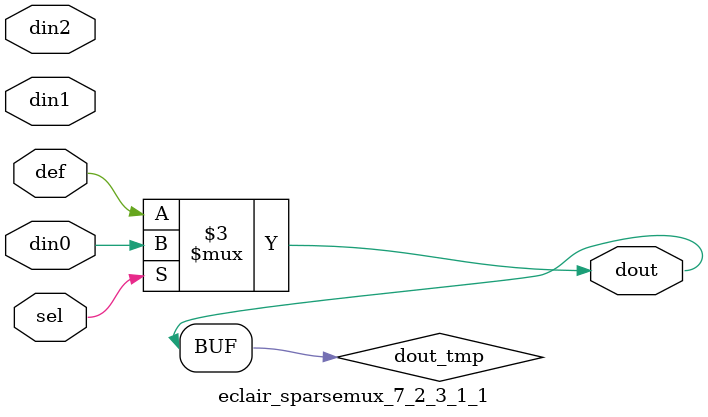
<source format=v>
`timescale 1ns / 1ps

module eclair_sparsemux_7_2_3_1_1 (din0,din1,din2,def,sel,dout);

parameter din0_WIDTH = 1;

parameter din1_WIDTH = 1;

parameter din2_WIDTH = 1;

parameter def_WIDTH = 1;
parameter sel_WIDTH = 1;
parameter dout_WIDTH = 1;

parameter [sel_WIDTH-1:0] CASE0 = 1;

parameter [sel_WIDTH-1:0] CASE1 = 1;

parameter [sel_WIDTH-1:0] CASE2 = 1;

parameter ID = 1;
parameter NUM_STAGE = 1;



input [din0_WIDTH-1:0] din0;

input [din1_WIDTH-1:0] din1;

input [din2_WIDTH-1:0] din2;

input [def_WIDTH-1:0] def;
input [sel_WIDTH-1:0] sel;

output [dout_WIDTH-1:0] dout;



reg [dout_WIDTH-1:0] dout_tmp;


always @ (*) begin
(* parallel_case *) case (sel)
    
    CASE0 : dout_tmp = din0;
    
    CASE1 : dout_tmp = din1;
    
    CASE2 : dout_tmp = din2;
    
    default : dout_tmp = def;
endcase
end


assign dout = dout_tmp;



endmodule

</source>
